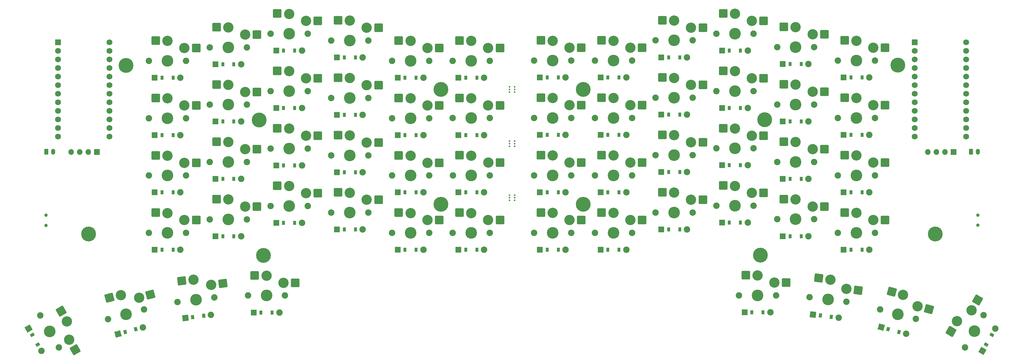
<source format=gbr>
%TF.GenerationSoftware,KiCad,Pcbnew,7.0.10*%
%TF.CreationDate,2024-02-10T22:50:59-05:00*%
%TF.ProjectId,blahajergo,626c6168-616a-4657-9267-6f2e6b696361,rev?*%
%TF.SameCoordinates,Original*%
%TF.FileFunction,Soldermask,Bot*%
%TF.FilePolarity,Negative*%
%FSLAX46Y46*%
G04 Gerber Fmt 4.6, Leading zero omitted, Abs format (unit mm)*
G04 Created by KiCad (PCBNEW 7.0.10) date 2024-02-10 22:50:59*
%MOMM*%
%LPD*%
G01*
G04 APERTURE LIST*
G04 Aperture macros list*
%AMRoundRect*
0 Rectangle with rounded corners*
0 $1 Rounding radius*
0 $2 $3 $4 $5 $6 $7 $8 $9 X,Y pos of 4 corners*
0 Add a 4 corners polygon primitive as box body*
4,1,4,$2,$3,$4,$5,$6,$7,$8,$9,$2,$3,0*
0 Add four circle primitives for the rounded corners*
1,1,$1+$1,$2,$3*
1,1,$1+$1,$4,$5*
1,1,$1+$1,$6,$7*
1,1,$1+$1,$8,$9*
0 Add four rect primitives between the rounded corners*
20,1,$1+$1,$2,$3,$4,$5,0*
20,1,$1+$1,$4,$5,$6,$7,0*
20,1,$1+$1,$6,$7,$8,$9,0*
20,1,$1+$1,$8,$9,$2,$3,0*%
%AMRotRect*
0 Rectangle, with rotation*
0 The origin of the aperture is its center*
0 $1 length*
0 $2 width*
0 $3 Rotation angle, in degrees counterclockwise*
0 Add horizontal line*
21,1,$1,$2,0,0,$3*%
G04 Aperture macros list end*
%ADD10C,1.900000*%
%ADD11C,3.050000*%
%ADD12C,3.450000*%
%ADD13RoundRect,0.250000X-1.025000X-1.000000X1.025000X-1.000000X1.025000X1.000000X-1.025000X1.000000X0*%
%ADD14R,1.778000X1.778000*%
%ADD15R,0.900000X1.200000*%
%ADD16C,1.905000*%
%ADD17RoundRect,0.250000X-0.350000X-0.625000X0.350000X-0.625000X0.350000X0.625000X-0.350000X0.625000X0*%
%ADD18O,1.200000X1.750000*%
%ADD19R,1.700000X1.700000*%
%ADD20O,1.700000X1.700000*%
%ADD21RoundRect,0.250000X-0.895490X-1.117462X1.139229X-0.867630X0.895490X1.117462X-1.139229X0.867630X0*%
%ADD22RoundRect,0.250000X0.353525X-1.387676X1.378525X0.387676X-0.353525X1.387676X-1.378525X-0.387676X0*%
%ADD23RoundRect,0.250000X-1.248893X-0.700636X0.731255X-1.231215X1.248893X0.700636X-0.731255X1.231215X0*%
%ADD24R,1.752600X1.752600*%
%ADD25C,1.752600*%
%ADD26C,1.000000*%
%ADD27RotRect,1.778000X1.778000X7.000000*%
%ADD28RotRect,0.900000X1.200000X7.000000*%
%ADD29RotRect,1.778000X1.778000X15.000000*%
%ADD30RotRect,0.900000X1.200000X15.000000*%
%ADD31RotRect,1.778000X1.778000X353.000000*%
%ADD32RotRect,0.900000X1.200000X353.000000*%
%ADD33RoundRect,0.250000X-0.731255X-1.231215X1.248893X-0.700636X0.731255X1.231215X-1.248893X0.700636X0*%
%ADD34C,0.700000*%
%ADD35C,4.400000*%
%ADD36C,0.500000*%
%ADD37RotRect,1.778000X1.778000X60.000000*%
%ADD38RotRect,0.900000X1.200000X60.000000*%
%ADD39RoundRect,0.250000X-1.378525X0.387676X-0.353525X-1.387676X1.378525X-0.387676X0.353525X1.387676X0*%
%ADD40RoundRect,0.250000X-1.139229X-0.867630X0.895490X-1.117462X1.139229X0.867630X-0.895490X1.117462X0*%
%ADD41RotRect,1.778000X1.778000X345.000000*%
%ADD42RotRect,0.900000X1.200000X345.000000*%
%ADD43RotRect,1.778000X1.778000X300.000000*%
%ADD44RotRect,0.900000X1.200000X300.000000*%
G04 APERTURE END LIST*
D10*
%TO.C,S47*%
X125153105Y-104686896D03*
D11*
X130653105Y-98786896D03*
D12*
X130653105Y-104686896D03*
D11*
X135653105Y-100886896D03*
D10*
X136153105Y-104686896D03*
D13*
X127153105Y-98686896D03*
X139153105Y-100886896D03*
%TD*%
D14*
%TO.C,D29*%
X198843105Y-113686896D03*
D15*
X201003105Y-113686896D03*
X204303105Y-113686896D03*
D16*
X206463105Y-113686896D03*
%TD*%
D14*
%TO.C,D8*%
X240946647Y-164643310D03*
D15*
X243106647Y-164643310D03*
X246406647Y-164643310D03*
D16*
X248566647Y-164643310D03*
%TD*%
D14*
%TO.C,D37*%
X162843105Y-107686896D03*
D15*
X165003105Y-107686896D03*
X168303105Y-107686896D03*
D16*
X170463105Y-107686896D03*
%TD*%
D14*
%TO.C,D45*%
X144843105Y-156686896D03*
D15*
X147003105Y-156686896D03*
X150303105Y-156686896D03*
D16*
X152463105Y-156686896D03*
%TD*%
D17*
%TO.C,J3*%
X76709532Y-135631213D03*
D18*
X78709532Y-135631213D03*
%TD*%
D10*
%TO.C,S31*%
X197159532Y-142681213D03*
D11*
X202659532Y-136781213D03*
D12*
X202659532Y-142681213D03*
D11*
X207659532Y-138881213D03*
D10*
X208159532Y-142681213D03*
D13*
X199159532Y-136681213D03*
X211159532Y-138881213D03*
%TD*%
D10*
%TO.C,S43*%
X143153105Y-117686896D03*
D11*
X148653105Y-111786896D03*
D12*
X148653105Y-117686896D03*
D11*
X153653105Y-113886896D03*
D10*
X154153105Y-117686896D03*
D13*
X145153105Y-111686896D03*
X157153105Y-113886896D03*
%TD*%
D10*
%TO.C,S1*%
X221256647Y-108643310D03*
D11*
X226756647Y-102743310D03*
D12*
X226756647Y-108643310D03*
D11*
X231756647Y-104843310D03*
D10*
X232256647Y-108643310D03*
D13*
X223256647Y-102643310D03*
X235256647Y-104843310D03*
%TD*%
D10*
%TO.C,S34*%
X179153105Y-125686896D03*
D11*
X184653105Y-119786896D03*
D12*
X184653105Y-125686896D03*
D11*
X189653105Y-121886896D03*
D10*
X190153105Y-125686896D03*
D13*
X181153105Y-119686896D03*
X193153105Y-121886896D03*
%TD*%
D14*
%TO.C,D1*%
X222946647Y-113643310D03*
D15*
X225106647Y-113643310D03*
X228406647Y-113643310D03*
D16*
X230566647Y-113643310D03*
%TD*%
D10*
%TO.C,S30*%
X197147050Y-125673862D03*
D11*
X202647050Y-119773862D03*
D12*
X202647050Y-125673862D03*
D11*
X207647050Y-121873862D03*
D10*
X208147050Y-125673862D03*
D13*
X199147050Y-119673862D03*
X211147050Y-121873862D03*
%TD*%
D10*
%TO.C,S42*%
X143153105Y-100686896D03*
D11*
X148653105Y-94786896D03*
D12*
X148653105Y-100686896D03*
D11*
X153653105Y-96886896D03*
D10*
X154153105Y-100686896D03*
D13*
X145153105Y-94686896D03*
X157153105Y-96886896D03*
%TD*%
D14*
%TO.C,D30*%
X198843105Y-130686896D03*
D15*
X201003105Y-130686896D03*
X204303105Y-130686896D03*
D16*
X206463105Y-130686896D03*
%TD*%
D19*
%TO.C,J4*%
X91678282Y-135719930D03*
D20*
X89138282Y-135719930D03*
X86598282Y-135719930D03*
X84058282Y-135719930D03*
%TD*%
D10*
%TO.C,S38*%
X161153105Y-119686896D03*
D11*
X166653105Y-113786896D03*
D12*
X166653105Y-119686896D03*
D11*
X171653105Y-115886896D03*
D10*
X172153105Y-119686896D03*
D13*
X163153105Y-113686896D03*
X175153105Y-115886896D03*
%TD*%
D10*
%TO.C,S39*%
X161153105Y-136686896D03*
D11*
X166653105Y-130786896D03*
D12*
X166653105Y-136686896D03*
D11*
X171653105Y-132886896D03*
D10*
X172153105Y-136686896D03*
D13*
X163153105Y-130686896D03*
X175153105Y-132886896D03*
%TD*%
D14*
%TO.C,D41*%
X138147760Y-183250322D03*
D15*
X140307760Y-183250322D03*
X143607760Y-183250322D03*
D16*
X145767760Y-183250322D03*
%TD*%
D10*
%TO.C,S46*%
X115615151Y-180122850D03*
D11*
X120355126Y-173596547D03*
D12*
X121074155Y-179452569D03*
D11*
X125573782Y-175071547D03*
D10*
X126533159Y-178782288D03*
D21*
X116869027Y-173923835D03*
X129047694Y-174645004D03*
%TD*%
D10*
%TO.C,S28*%
X348946561Y-193582853D03*
D11*
X346587011Y-185869713D03*
D12*
X351696561Y-188819713D03*
D11*
X350905664Y-182589586D03*
D10*
X354446561Y-184056573D03*
D22*
X344750409Y-188850802D03*
X352655664Y-179558497D03*
%TD*%
D10*
%TO.C,S33*%
X179153105Y-108686896D03*
D11*
X184653105Y-102786896D03*
D12*
X184653105Y-108686896D03*
D11*
X189653105Y-104886896D03*
D10*
X190153105Y-108686896D03*
D13*
X181153105Y-102686896D03*
X193153105Y-104886896D03*
%TD*%
D14*
%TO.C,D31*%
X198843105Y-147686896D03*
D15*
X201003105Y-147686896D03*
X204303105Y-147686896D03*
D16*
X206463105Y-147686896D03*
%TD*%
D10*
%TO.C,S22*%
X293256647Y-155643310D03*
D11*
X298756647Y-149743310D03*
D12*
X298756647Y-155643310D03*
D11*
X303756647Y-151843310D03*
D10*
X304256647Y-155643310D03*
D13*
X295256647Y-149643310D03*
X307256647Y-151843310D03*
%TD*%
D10*
%TO.C,S10*%
X257256647Y-119643310D03*
D11*
X262756647Y-113743310D03*
D12*
X262756647Y-119643310D03*
D11*
X267756647Y-115843310D03*
D10*
X268256647Y-119643310D03*
D13*
X259256647Y-113643310D03*
X271256647Y-115843310D03*
%TD*%
D10*
%TO.C,S23*%
X323744979Y-182348823D03*
D11*
X330584603Y-178073366D03*
D12*
X329057571Y-183772328D03*
D11*
X334870713Y-181395905D03*
D10*
X334370163Y-185195833D03*
D23*
X327229745Y-177070906D03*
X338251453Y-182301772D03*
%TD*%
D10*
%TO.C,S35*%
X179153105Y-142686896D03*
D11*
X184653105Y-136786896D03*
D12*
X184653105Y-142686896D03*
D11*
X189653105Y-138886896D03*
D10*
X190153105Y-142686896D03*
D13*
X181153105Y-136686896D03*
X193153105Y-138886896D03*
%TD*%
D10*
%TO.C,S15*%
X275256647Y-117643310D03*
D11*
X280756647Y-111743310D03*
D12*
X280756647Y-117643310D03*
D11*
X285756647Y-113843310D03*
D10*
X286256647Y-117643310D03*
D13*
X277256647Y-111643310D03*
X289256647Y-113843310D03*
%TD*%
D14*
%TO.C,D54*%
X108843105Y-147686896D03*
D15*
X111003105Y-147686896D03*
X114303105Y-147686896D03*
D16*
X116463105Y-147686896D03*
%TD*%
D14*
%TO.C,D17*%
X276946647Y-156643310D03*
D15*
X279106647Y-156643310D03*
X282406647Y-156643310D03*
D16*
X284566647Y-156643310D03*
%TD*%
D17*
%TO.C,J2*%
X350706647Y-135593310D03*
D18*
X352706647Y-135593310D03*
%TD*%
D10*
%TO.C,S2*%
X221256647Y-125643310D03*
D11*
X226756647Y-119743310D03*
D12*
X226756647Y-125643310D03*
D11*
X231756647Y-121843310D03*
D10*
X232256647Y-125643310D03*
D13*
X223256647Y-119643310D03*
X235256647Y-121843310D03*
%TD*%
D24*
%TO.C,U2*%
X80163282Y-103207964D03*
D25*
X80163282Y-105747964D03*
X80163282Y-108287964D03*
X80163282Y-110827964D03*
X80163282Y-113367964D03*
X80163282Y-115907964D03*
X80163282Y-118447964D03*
X80163282Y-120987964D03*
X80163282Y-123527964D03*
X80163282Y-126067964D03*
X80163282Y-128607964D03*
X80163282Y-131147964D03*
X95403282Y-131147964D03*
X95403282Y-128607964D03*
X95403282Y-126067964D03*
X95403282Y-123527964D03*
X95403282Y-120987964D03*
X95403282Y-118447964D03*
X95403282Y-115907964D03*
X95403282Y-113367964D03*
X95403282Y-110827964D03*
X95403282Y-108287964D03*
X95403282Y-105747964D03*
X95403282Y-103207964D03*
%TD*%
D14*
%TO.C,D4*%
X222946647Y-164643310D03*
D15*
X225106647Y-164643310D03*
X228406647Y-164643310D03*
D16*
X230566647Y-164643310D03*
%TD*%
D10*
%TO.C,S37*%
X161153105Y-102686896D03*
D11*
X166653105Y-96786896D03*
D12*
X166653105Y-102686896D03*
D11*
X171653105Y-98886896D03*
D10*
X172153105Y-102686896D03*
D13*
X163153105Y-96686896D03*
X175153105Y-98886896D03*
%TD*%
D10*
%TO.C,S29*%
X197153105Y-108686896D03*
D11*
X202653105Y-102786896D03*
D12*
X202653105Y-108686896D03*
D11*
X207653105Y-104886896D03*
D10*
X208153105Y-108686896D03*
D13*
X199153105Y-102686896D03*
X211153105Y-104886896D03*
%TD*%
D14*
%TO.C,D25*%
X312946647Y-130643310D03*
D15*
X315106647Y-130643310D03*
X318406647Y-130643310D03*
D16*
X320566647Y-130643310D03*
%TD*%
D26*
%TO.C,SW4*%
X76653105Y-157436896D03*
X76653105Y-154436896D03*
%TD*%
D14*
%TO.C,D19*%
X294946647Y-109643310D03*
D15*
X297106647Y-109643310D03*
X300406647Y-109643310D03*
D16*
X302566647Y-109643310D03*
%TD*%
D10*
%TO.C,S44*%
X143153105Y-134686896D03*
D11*
X148653105Y-128786896D03*
D12*
X148653105Y-134686896D03*
D11*
X153653105Y-130886896D03*
D10*
X154153105Y-134686896D03*
D13*
X145153105Y-128686896D03*
X157153105Y-130886896D03*
%TD*%
D27*
%TO.C,D46*%
X117939533Y-184879622D03*
D28*
X120083433Y-184616384D03*
X123358835Y-184214216D03*
D16*
X125502735Y-183950978D03*
%TD*%
D29*
%TO.C,D51*%
X97966100Y-189631644D03*
D30*
X100052499Y-189072594D03*
X103240055Y-188218492D03*
D16*
X105326454Y-187659442D03*
%TD*%
D10*
%TO.C,S24*%
X311256647Y-108643310D03*
D11*
X316756647Y-102743310D03*
D12*
X316756647Y-108643310D03*
D11*
X321756647Y-104843310D03*
D10*
X322256647Y-108643310D03*
D13*
X313256647Y-102643310D03*
X325256647Y-104843310D03*
%TD*%
D14*
%TO.C,D9*%
X258946647Y-107643310D03*
D15*
X261106647Y-107643310D03*
X264406647Y-107643310D03*
D16*
X266566647Y-107643310D03*
%TD*%
D10*
%TO.C,S49*%
X125153105Y-138686896D03*
D11*
X130653105Y-132786896D03*
D12*
X130653105Y-138686896D03*
D11*
X135653105Y-134886896D03*
D10*
X136153105Y-138686896D03*
D13*
X127153105Y-132686896D03*
X139153105Y-134886896D03*
%TD*%
D10*
%TO.C,S25*%
X311256647Y-125643310D03*
D11*
X316756647Y-119743310D03*
D12*
X316756647Y-125643310D03*
D11*
X321756647Y-121843310D03*
D10*
X322256647Y-125643310D03*
D13*
X313256647Y-119643310D03*
X325256647Y-121843310D03*
%TD*%
D31*
%TO.C,D18*%
X303907017Y-183907392D03*
D32*
X306050917Y-184170630D03*
X309326319Y-184572798D03*
D16*
X311470219Y-184836036D03*
%TD*%
D14*
%TO.C,D36*%
X180843105Y-164686896D03*
D15*
X183003105Y-164686896D03*
X186303105Y-164686896D03*
D16*
X188463105Y-164686896D03*
%TD*%
D10*
%TO.C,S48*%
X125153105Y-121686896D03*
D11*
X130653105Y-115786896D03*
D12*
X130653105Y-121686896D03*
D11*
X135653105Y-117886896D03*
D10*
X136153105Y-121686896D03*
D13*
X127153105Y-115686896D03*
X139153105Y-117886896D03*
%TD*%
D14*
%TO.C,D50*%
X126843105Y-160686896D03*
D15*
X129003105Y-160686896D03*
X132303105Y-160686896D03*
D16*
X134463105Y-160686896D03*
%TD*%
D10*
%TO.C,S8*%
X239256647Y-159643310D03*
D11*
X244756647Y-153743310D03*
D12*
X244756647Y-159643310D03*
D11*
X249756647Y-155843310D03*
D10*
X250256647Y-159643310D03*
D13*
X241256647Y-153643310D03*
X253256647Y-155843310D03*
%TD*%
D14*
%TO.C,D52*%
X108843105Y-113686896D03*
D15*
X111003105Y-113686896D03*
X114303105Y-113686896D03*
D16*
X116463105Y-113686896D03*
%TD*%
D14*
%TO.C,D39*%
X162843105Y-141686896D03*
D15*
X165003105Y-141686896D03*
X168303105Y-141686896D03*
D16*
X170463105Y-141686896D03*
%TD*%
D14*
%TO.C,D33*%
X180843105Y-113686896D03*
D15*
X183003105Y-113686896D03*
X186303105Y-113686896D03*
D16*
X188463105Y-113686896D03*
%TD*%
D10*
%TO.C,S53*%
X107153105Y-125686896D03*
D11*
X112653105Y-119786896D03*
D12*
X112653105Y-125686896D03*
D11*
X117653105Y-121886896D03*
D10*
X118153105Y-125686896D03*
D13*
X109153105Y-119686896D03*
X121153105Y-121886896D03*
%TD*%
D14*
%TO.C,D53*%
X108843105Y-130686896D03*
D15*
X111003105Y-130686896D03*
X114303105Y-130686896D03*
D16*
X116463105Y-130686896D03*
%TD*%
D10*
%TO.C,S51*%
X95039589Y-185239419D03*
D11*
X98825149Y-178116952D03*
D12*
X100352181Y-183815914D03*
D11*
X104198298Y-178851301D03*
D10*
X105664773Y-182392409D03*
D33*
X95418526Y-178926226D03*
X107579038Y-177945434D03*
%TD*%
D10*
%TO.C,S55*%
X107153105Y-159686896D03*
D11*
X112653105Y-153786896D03*
D12*
X112653105Y-159686896D03*
D11*
X117653105Y-155886896D03*
D10*
X118153105Y-159686896D03*
D13*
X109153105Y-153686896D03*
X121153105Y-155886896D03*
%TD*%
D14*
%TO.C,D24*%
X312946647Y-113643310D03*
D15*
X315106647Y-113643310D03*
X318406647Y-113643310D03*
D16*
X320566647Y-113643310D03*
%TD*%
D10*
%TO.C,S11*%
X257256647Y-136643310D03*
D11*
X262756647Y-130743310D03*
D12*
X262756647Y-136643310D03*
D11*
X267756647Y-132843310D03*
D10*
X268256647Y-136643310D03*
D13*
X259256647Y-130643310D03*
X271256647Y-132843310D03*
%TD*%
D14*
%TO.C,D48*%
X126843105Y-126686896D03*
D15*
X129003105Y-126686896D03*
X132303105Y-126686896D03*
D16*
X134463105Y-126686896D03*
%TD*%
D14*
%TO.C,D34*%
X180843105Y-130686896D03*
D15*
X183003105Y-130686896D03*
X186303105Y-130686896D03*
D16*
X188463105Y-130686896D03*
%TD*%
D14*
%TO.C,D43*%
X144843105Y-122686896D03*
D15*
X147003105Y-122686896D03*
X150303105Y-122686896D03*
D16*
X152463105Y-122686896D03*
%TD*%
D19*
%TO.C,J1*%
X345521470Y-135676344D03*
D20*
X342981470Y-135676344D03*
X340441470Y-135676344D03*
X337901470Y-135676344D03*
%TD*%
D10*
%TO.C,S16*%
X275256647Y-134643310D03*
D11*
X280756647Y-128743310D03*
D12*
X280756647Y-134643310D03*
D11*
X285756647Y-130843310D03*
D10*
X286256647Y-134643310D03*
D13*
X277256647Y-128643310D03*
X289256647Y-130843310D03*
%TD*%
D34*
%TO.C,_6*%
X338481647Y-159968310D03*
X338964921Y-158801584D03*
X338964921Y-161135036D03*
X340131647Y-158318310D03*
D35*
X340131647Y-159968310D03*
D34*
X340131647Y-161618310D03*
X341298373Y-158801584D03*
X341298373Y-161135036D03*
X341781647Y-159968310D03*
%TD*%
D14*
%TO.C,D47*%
X126843105Y-109686896D03*
D15*
X129003105Y-109686896D03*
X132303105Y-109686896D03*
D16*
X134463105Y-109686896D03*
%TD*%
D14*
%TO.C,D44*%
X144837050Y-139673862D03*
D15*
X146997050Y-139673862D03*
X150297050Y-139673862D03*
D16*
X152457050Y-139673862D03*
%TD*%
D14*
%TO.C,D27*%
X312946647Y-164643310D03*
D15*
X315106647Y-164643310D03*
X318406647Y-164643310D03*
D16*
X320566647Y-164643310D03*
%TD*%
D14*
%TO.C,D42*%
X144843105Y-105686896D03*
D15*
X147003105Y-105686896D03*
X150303105Y-105686896D03*
D16*
X152463105Y-105686896D03*
%TD*%
D14*
%TO.C,D7*%
X240946647Y-147643310D03*
D15*
X243106647Y-147643310D03*
X246406647Y-147643310D03*
D16*
X248566647Y-147643310D03*
%TD*%
D34*
%TO.C,_1*%
X234131647Y-151168310D03*
X234614921Y-150001584D03*
X234614921Y-152335036D03*
X235781647Y-149518310D03*
D35*
X235781647Y-151168310D03*
D34*
X235781647Y-152818310D03*
X236948373Y-150001584D03*
X236948373Y-152335036D03*
X237431647Y-151168310D03*
%TD*%
D10*
%TO.C,S21*%
X293256647Y-138643310D03*
D11*
X298756647Y-132743310D03*
D12*
X298756647Y-138643310D03*
D11*
X303756647Y-134843310D03*
D10*
X304256647Y-138643310D03*
D13*
X295256647Y-132643310D03*
X307256647Y-134843310D03*
%TD*%
D14*
%TO.C,D2*%
X222946647Y-130643310D03*
D15*
X225106647Y-130643310D03*
X228406647Y-130643310D03*
D16*
X230566647Y-130643310D03*
%TD*%
D14*
%TO.C,D16*%
X276946647Y-139643310D03*
D15*
X279106647Y-139643310D03*
X282406647Y-139643310D03*
D16*
X284566647Y-139643310D03*
%TD*%
D34*
%TO.C,_3*%
X287931647Y-126168310D03*
X288414921Y-125001584D03*
X288414921Y-127335036D03*
X289581647Y-124518310D03*
D35*
X289581647Y-126168310D03*
D34*
X289581647Y-127818310D03*
X290748373Y-125001584D03*
X290748373Y-127335036D03*
X291231647Y-126168310D03*
%TD*%
D10*
%TO.C,S5*%
X239256647Y-108643310D03*
D11*
X244756647Y-102743310D03*
D12*
X244756647Y-108643310D03*
D11*
X249756647Y-104843310D03*
D10*
X250256647Y-108643310D03*
D13*
X241256647Y-102643310D03*
X253256647Y-104843310D03*
%TD*%
D36*
%TO.C,mouse-bite-2mm-slot*%
X213956690Y-133993310D03*
X215456690Y-133993310D03*
X213956690Y-133243310D03*
X215456690Y-133243310D03*
X213956690Y-132493310D03*
X215456690Y-132493310D03*
%TD*%
D14*
%TO.C,D14*%
X276946647Y-105643310D03*
D15*
X279106647Y-105643310D03*
X282406647Y-105643310D03*
D16*
X284566647Y-105643310D03*
%TD*%
D26*
%TO.C,SW2*%
X352756647Y-154393310D03*
X352756647Y-157393310D03*
%TD*%
D14*
%TO.C,D15*%
X276946647Y-122643310D03*
D15*
X279106647Y-122643310D03*
X282406647Y-122643310D03*
D16*
X284566647Y-122643310D03*
%TD*%
D10*
%TO.C,S4*%
X221256647Y-159643310D03*
D11*
X226756647Y-153743310D03*
D12*
X226756647Y-159643310D03*
D11*
X231756647Y-155843310D03*
D10*
X232256647Y-159643310D03*
D13*
X223256647Y-153643310D03*
X235256647Y-155843310D03*
%TD*%
D10*
%TO.C,S50*%
X125153105Y-155686896D03*
D11*
X130653105Y-149786896D03*
D12*
X130653105Y-155686896D03*
D11*
X135653105Y-151886896D03*
D10*
X136153105Y-155686896D03*
D13*
X127153105Y-149686896D03*
X139153105Y-151886896D03*
%TD*%
D10*
%TO.C,S6*%
X239256647Y-125643310D03*
D11*
X244756647Y-119743310D03*
D12*
X244756647Y-125643310D03*
D11*
X249756647Y-121843310D03*
D10*
X250256647Y-125643310D03*
D13*
X241256647Y-119643310D03*
X253256647Y-121843310D03*
%TD*%
D10*
%TO.C,S20*%
X293256647Y-121643310D03*
D11*
X298756647Y-115743310D03*
D12*
X298756647Y-121643310D03*
D11*
X303756647Y-117843310D03*
D10*
X304256647Y-121643310D03*
D13*
X295256647Y-115643310D03*
X307256647Y-117843310D03*
%TD*%
D10*
%TO.C,S32*%
X197153105Y-159686896D03*
D11*
X202653105Y-153786896D03*
D12*
X202653105Y-159686896D03*
D11*
X207653105Y-155886896D03*
D10*
X208153105Y-159686896D03*
D13*
X199153105Y-153686896D03*
X211153105Y-155886896D03*
%TD*%
D10*
%TO.C,S26*%
X311256647Y-142643310D03*
D11*
X316756647Y-136743310D03*
D12*
X316756647Y-142643310D03*
D11*
X321756647Y-138843310D03*
D10*
X322256647Y-142643310D03*
D13*
X313256647Y-136643310D03*
X325256647Y-138843310D03*
%TD*%
D14*
%TO.C,D38*%
X162843105Y-124686896D03*
D15*
X165003105Y-124686896D03*
X168303105Y-124686896D03*
D16*
X170463105Y-124686896D03*
%TD*%
D37*
%TO.C,D28*%
X354121688Y-194619270D03*
D38*
X355201688Y-192748655D03*
X356851688Y-189890771D03*
D16*
X357931688Y-188020156D03*
%TD*%
D10*
%TO.C,S41*%
X136457760Y-178250322D03*
D11*
X141957760Y-172350322D03*
D12*
X141957760Y-178250322D03*
D11*
X146957760Y-174450322D03*
D10*
X147457760Y-178250322D03*
D13*
X138457760Y-172250322D03*
X150457760Y-174450322D03*
%TD*%
D14*
%TO.C,D32*%
X198843105Y-164686896D03*
D15*
X201003105Y-164686896D03*
X204303105Y-164686896D03*
D16*
X206463105Y-164686896D03*
%TD*%
D34*
%TO.C,_5*%
X327389921Y-109976584D03*
X327873195Y-108809858D03*
X327873195Y-111143310D03*
X329039921Y-108326584D03*
D35*
X329039921Y-109976584D03*
D34*
X329039921Y-111626584D03*
X330206647Y-108809858D03*
X330206647Y-111143310D03*
X330689921Y-109976584D03*
%TD*%
D14*
%TO.C,D10*%
X258946647Y-124643310D03*
D15*
X261106647Y-124643310D03*
X264406647Y-124643310D03*
D16*
X266566647Y-124643310D03*
%TD*%
D14*
%TO.C,D11*%
X258946647Y-141643310D03*
D15*
X261106647Y-141643310D03*
X264406647Y-141643310D03*
D16*
X266566647Y-141643310D03*
%TD*%
D36*
%TO.C,mouse-bite-2mm-slot*%
X213956690Y-149993310D03*
X215456690Y-149993310D03*
X213956690Y-149243310D03*
X215456690Y-149243310D03*
X213956690Y-148493310D03*
X215456690Y-148493310D03*
%TD*%
D10*
%TO.C,S17*%
X275256647Y-151643310D03*
D11*
X280756647Y-145743310D03*
D12*
X280756647Y-151643310D03*
D11*
X285756647Y-147843310D03*
D10*
X286256647Y-151643310D03*
D13*
X277256647Y-145643310D03*
X289256647Y-147843310D03*
%TD*%
D10*
%TO.C,S9*%
X257256647Y-102643310D03*
D11*
X262756647Y-96743310D03*
D12*
X262756647Y-102643310D03*
D11*
X267756647Y-98843310D03*
D10*
X268256647Y-102643310D03*
D13*
X259256647Y-96643310D03*
X271256647Y-98843310D03*
%TD*%
D14*
%TO.C,D13*%
X283641992Y-183206736D03*
D15*
X285801992Y-183206736D03*
X289101992Y-183206736D03*
D16*
X291261992Y-183206736D03*
%TD*%
D14*
%TO.C,D21*%
X294946647Y-143643310D03*
D15*
X297106647Y-143643310D03*
X300406647Y-143643310D03*
D16*
X302566647Y-143643310D03*
%TD*%
D24*
%TO.C,U1*%
X334006470Y-103164378D03*
D25*
X334006470Y-105704378D03*
X334006470Y-108244378D03*
X334006470Y-110784378D03*
X334006470Y-113324378D03*
X334006470Y-115864378D03*
X334006470Y-118404378D03*
X334006470Y-120944378D03*
X334006470Y-123484378D03*
X334006470Y-126024378D03*
X334006470Y-128564378D03*
X334006470Y-131104378D03*
X349246470Y-131104378D03*
X349246470Y-128564378D03*
X349246470Y-126024378D03*
X349246470Y-123484378D03*
X349246470Y-120944378D03*
X349246470Y-118404378D03*
X349246470Y-115864378D03*
X349246470Y-113324378D03*
X349246470Y-110784378D03*
X349246470Y-108244378D03*
X349246470Y-105704378D03*
X349246470Y-103164378D03*
%TD*%
D14*
%TO.C,D20*%
X294946647Y-126643310D03*
D15*
X297106647Y-126643310D03*
X300406647Y-126643310D03*
D16*
X302566647Y-126643310D03*
%TD*%
D10*
%TO.C,S12*%
X257256647Y-153643310D03*
D11*
X262756647Y-147743310D03*
D12*
X262756647Y-153643310D03*
D11*
X267756647Y-149843310D03*
D10*
X268256647Y-153643310D03*
D13*
X259256647Y-147643310D03*
X271256647Y-149843310D03*
%TD*%
D14*
%TO.C,D22*%
X294946647Y-160643310D03*
D15*
X297106647Y-160643310D03*
X300406647Y-160643310D03*
D16*
X302566647Y-160643310D03*
%TD*%
D14*
%TO.C,D6*%
X240946647Y-130643310D03*
D15*
X243106647Y-130643310D03*
X246406647Y-130643310D03*
D16*
X248566647Y-130643310D03*
%TD*%
D10*
%TO.C,S45*%
X143153105Y-151686896D03*
D11*
X148653105Y-145786896D03*
D12*
X148653105Y-151686896D03*
D11*
X153653105Y-147886896D03*
D10*
X154153105Y-151686896D03*
D13*
X145153105Y-145686896D03*
X157153105Y-147886896D03*
%TD*%
D14*
%TO.C,D26*%
X312946647Y-147643310D03*
D15*
X315106647Y-147643310D03*
X318406647Y-147643310D03*
D16*
X320566647Y-147643310D03*
%TD*%
D14*
%TO.C,D35*%
X180843105Y-147686896D03*
D15*
X183003105Y-147686896D03*
X186303105Y-147686896D03*
D16*
X188463105Y-147686896D03*
%TD*%
D10*
%TO.C,S56*%
X74963191Y-184100159D03*
D11*
X82822741Y-185913299D03*
D12*
X77713191Y-188863299D03*
D11*
X83504088Y-191293426D03*
D10*
X80463191Y-193626439D03*
D39*
X81159343Y-182832210D03*
X85254088Y-194324515D03*
%TD*%
D34*
%TO.C,_4*%
X286676470Y-166276344D03*
X287159744Y-165109618D03*
X287159744Y-167443070D03*
X288326470Y-164626344D03*
D35*
X288326470Y-166276344D03*
D34*
X288326470Y-167926344D03*
X289493196Y-165109618D03*
X289493196Y-167443070D03*
X289976470Y-166276344D03*
%TD*%
D14*
%TO.C,D3*%
X222946647Y-147643310D03*
D15*
X225106647Y-147643310D03*
X228406647Y-147643310D03*
D16*
X230566647Y-147643310D03*
%TD*%
D14*
%TO.C,D40*%
X162843105Y-158686896D03*
D15*
X165003105Y-158686896D03*
X168303105Y-158686896D03*
D16*
X170463105Y-158686896D03*
%TD*%
D10*
%TO.C,S13*%
X281951992Y-178206736D03*
D11*
X287451992Y-172306736D03*
D12*
X287451992Y-178206736D03*
D11*
X292451992Y-174406736D03*
D10*
X292951992Y-178206736D03*
D13*
X283951992Y-172206736D03*
X295951992Y-174406736D03*
%TD*%
D10*
%TO.C,S3*%
X221256647Y-142643310D03*
D11*
X226756647Y-136743310D03*
D12*
X226756647Y-142643310D03*
D11*
X231756647Y-138843310D03*
D10*
X232256647Y-142643310D03*
D13*
X223256647Y-136643310D03*
X235256647Y-138843310D03*
%TD*%
D14*
%TO.C,D12*%
X258946647Y-158643310D03*
D15*
X261106647Y-158643310D03*
X264406647Y-158643310D03*
D16*
X266566647Y-158643310D03*
%TD*%
D10*
%TO.C,S18*%
X302876593Y-178738702D03*
D11*
X309054626Y-173552961D03*
D12*
X308335597Y-179408983D03*
D11*
X313761431Y-176246654D03*
D10*
X313794601Y-180079264D03*
D40*
X305592902Y-173027163D03*
X317235343Y-176673197D03*
%TD*%
D10*
%TO.C,S36*%
X179153105Y-159686896D03*
D11*
X184653105Y-153786896D03*
D12*
X184653105Y-159686896D03*
D11*
X189653105Y-155886896D03*
D10*
X190153105Y-159686896D03*
D13*
X181153105Y-153686896D03*
X193153105Y-155886896D03*
%TD*%
D10*
%TO.C,S52*%
X107153105Y-108686896D03*
D11*
X112653105Y-102786896D03*
D12*
X112653105Y-108686896D03*
D11*
X117653105Y-104886896D03*
D10*
X118153105Y-108686896D03*
D13*
X109153105Y-102686896D03*
X121153105Y-104886896D03*
%TD*%
D10*
%TO.C,S7*%
X239256647Y-142643310D03*
D11*
X244756647Y-136743310D03*
D12*
X244756647Y-142643310D03*
D11*
X249756647Y-138843310D03*
D10*
X250256647Y-142643310D03*
D13*
X241256647Y-136643310D03*
X253256647Y-138843310D03*
%TD*%
D10*
%TO.C,S14*%
X275256647Y-100643310D03*
D11*
X280756647Y-94743310D03*
D12*
X280756647Y-100643310D03*
D11*
X285756647Y-96843310D03*
D10*
X286256647Y-100643310D03*
D13*
X277256647Y-94643310D03*
X289256647Y-96843310D03*
%TD*%
D41*
%TO.C,D23*%
X324083298Y-187615856D03*
D42*
X326169697Y-188174906D03*
X329357253Y-189029008D03*
D16*
X331443652Y-189588058D03*
%TD*%
D14*
%TO.C,D5*%
X240946647Y-113643310D03*
D15*
X243106647Y-113643310D03*
X246406647Y-113643310D03*
D16*
X248566647Y-113643310D03*
%TD*%
D10*
%TO.C,S54*%
X107153105Y-142686896D03*
D11*
X112653105Y-136786896D03*
D12*
X112653105Y-142686896D03*
D11*
X117653105Y-138886896D03*
D10*
X118153105Y-142686896D03*
D13*
X109153105Y-136686896D03*
X121153105Y-138886896D03*
%TD*%
D14*
%TO.C,D49*%
X126843105Y-143686896D03*
D15*
X129003105Y-143686896D03*
X132303105Y-143686896D03*
D16*
X134463105Y-143686896D03*
%TD*%
D43*
%TO.C,D56*%
X71478064Y-188063742D03*
D44*
X72558064Y-189934357D03*
X74208064Y-192792241D03*
D16*
X75288064Y-194662856D03*
%TD*%
D10*
%TO.C,S19*%
X293256647Y-104643310D03*
D11*
X298756647Y-98743310D03*
D12*
X298756647Y-104643310D03*
D11*
X303756647Y-100843310D03*
D10*
X304256647Y-104643310D03*
D13*
X295256647Y-98643310D03*
X307256647Y-100843310D03*
%TD*%
D10*
%TO.C,S27*%
X311256647Y-159643310D03*
D11*
X316756647Y-153743310D03*
D12*
X316756647Y-159643310D03*
D11*
X321756647Y-155843310D03*
D10*
X322256647Y-159643310D03*
D13*
X313256647Y-153643310D03*
X325256647Y-155843310D03*
%TD*%
D36*
%TO.C,mouse-bite-2mm-slot*%
X213956690Y-117943310D03*
X215456690Y-117943310D03*
X213956690Y-117193310D03*
X215456690Y-117193310D03*
X213956690Y-116443310D03*
X215456690Y-116443310D03*
%TD*%
D10*
%TO.C,S40*%
X161153105Y-153686896D03*
D11*
X166653105Y-147786896D03*
D12*
X166653105Y-153686896D03*
D11*
X171653105Y-149886896D03*
D10*
X172153105Y-153686896D03*
D13*
X163153105Y-147686896D03*
X175153105Y-149886896D03*
%TD*%
D14*
%TO.C,D55*%
X108843105Y-164686896D03*
D15*
X111003105Y-164686896D03*
X114303105Y-164686896D03*
D16*
X116463105Y-164686896D03*
%TD*%
D34*
%TO.C,_2*%
X234131647Y-117143310D03*
X234614921Y-115976584D03*
X234614921Y-118310036D03*
X235781647Y-115493310D03*
D35*
X235781647Y-117143310D03*
D34*
X235781647Y-118793310D03*
X236948373Y-115976584D03*
X236948373Y-118310036D03*
X237431647Y-117143310D03*
%TD*%
%TO.C,_6*%
X90922050Y-159998862D03*
X90438776Y-161165588D03*
X90438776Y-158832136D03*
X89272050Y-161648862D03*
D35*
X89272050Y-159998862D03*
D34*
X89272050Y-158348862D03*
X88105324Y-161165588D03*
X88105324Y-158832136D03*
X87622050Y-159998862D03*
%TD*%
%TO.C,_4*%
X142733282Y-166319930D03*
X142250008Y-167486656D03*
X142250008Y-165153204D03*
X141083282Y-167969930D03*
D35*
X141083282Y-166319930D03*
D34*
X141083282Y-164669930D03*
X139916556Y-167486656D03*
X139916556Y-165153204D03*
X139433282Y-166319930D03*
%TD*%
%TO.C,_5*%
X102019831Y-110020170D03*
X101536557Y-111186896D03*
X101536557Y-108853444D03*
X100369831Y-111670170D03*
D35*
X100369831Y-110020170D03*
D34*
X100369831Y-108370170D03*
X99203105Y-111186896D03*
X99203105Y-108853444D03*
X98719831Y-110020170D03*
%TD*%
%TO.C,_1*%
X195272050Y-151198862D03*
X194788776Y-152365588D03*
X194788776Y-150032136D03*
X193622050Y-152848862D03*
D35*
X193622050Y-151198862D03*
D34*
X193622050Y-149548862D03*
X192455324Y-152365588D03*
X192455324Y-150032136D03*
X191972050Y-151198862D03*
%TD*%
%TO.C,_3*%
X141478105Y-126211896D03*
X140994831Y-127378622D03*
X140994831Y-125045170D03*
X139828105Y-127861896D03*
D35*
X139828105Y-126211896D03*
D34*
X139828105Y-124561896D03*
X138661379Y-127378622D03*
X138661379Y-125045170D03*
X138178105Y-126211896D03*
%TD*%
%TO.C,_2*%
X195278105Y-117186896D03*
X194794831Y-118353622D03*
X194794831Y-116020170D03*
X193628105Y-118836896D03*
D35*
X193628105Y-117186896D03*
D34*
X193628105Y-115536896D03*
X192461379Y-118353622D03*
X192461379Y-116020170D03*
X191978105Y-117186896D03*
%TD*%
M02*

</source>
